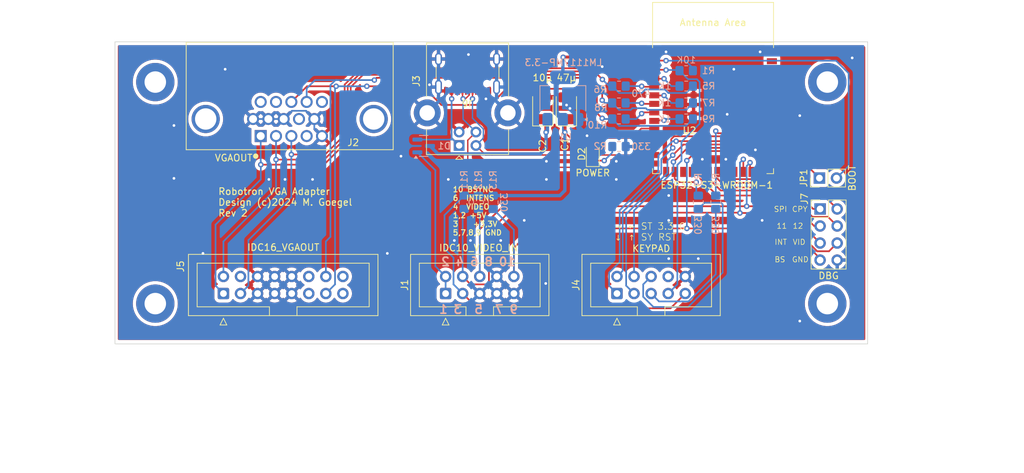
<source format=kicad_pcb>
(kicad_pcb (version 20240108) (generator "pcbnew") (generator_version "8.0")
  (title_block (title "ESP32 Robotron VGA Adapter") (date "2024-08-04") (rev "2") (company "Stefan Berndt & Mario Goegel"))
  (layers (0 "F.Cu" signal) (31 "B.Cu" signal) (34 "B.Paste" user) (35 "F.Paste" user) (36 "B.SilkS" user "B.Silkscreen") (37 "F.SilkS" user "F.Silkscreen") (38 "B.Mask" user) (39 "F.Mask" user) (44 "Edge.Cuts" user))
  (net 0 "")
  (net 1 "/RED")
  (net 2 "/GREEN")
  (net 3 "/BLUE")
  (net 4 "/VBUS")
  (net 5 "GND")
  (net 6 "+3.3V")
  (net 7 "+5V")
  (net 11 "/HSYNC")
  (net 12 "/VSYNC")
  (net 14 "/USB_DN")
  (net 15 "/B1")
  (net 16 "/B2")
  (net 17 "/G1")
  (net 18 "/G2")
  (net 19 "/R1")
  (net 20 "/R2")
  (net 21 "/5V_VID")
  (net 22 "/TP_11")
  (net 23 "/USB_DP")
  (net 24 "/K_LEFT")
  (net 25 "/K_RIGHT")
  (net 26 "/K_UP")
  (net 27 "/VIDEO")
  (net 28 "/K_DOWN")
  (net 29 "/INTENS")
  (net 30 "/BSYNC")
  (net 31 "/L_SYNC")
  (net 32 "/TP_CPY")
  (net 33 "/TP_SPI")
  (net 34 "/L_STAT")
  (net 35 "/TP_12")
  (net 36 "/RST")
  (net 47 "Net-(JP1-A)")
  (net 59 "Net-(U2-GPIO46)")
  (net 60 "Net-(U2-MTMS{slash}GPIO42)")
  (net 61 "Net-(D2-K)")
  (footprint "Connector_USB:USB_C_Receptacle_GCT_USB4105-xx-A_16P_TopMnt_Horizontal" (layer "F.Cu") (at 112.466 103.637 180)
    (property "Reference" "J6")
    (property "Value" "USB_C_Receptacle_USB2.0_16P" (hide yes))
  )
  (footprint "Capacitor_Tantalum_SMD:CP_EIA-3528-21_Kemet-B_Pad1.50x2.35mm_HandSolder" (layer "F.Cu") (at 123.665 109.903 90)
    (property "Reference" "C2")
    (property "Value" "10µ")
  )
  (footprint "Diode_SMD:D_0805_2012Metric_Pad1.15x1.40mm_HandSolder" (layer "F.Cu") (at 131.1 116.725 90)
    (property "Reference" "D2")
    (property "Value" "POWER")
  )
  (footprint "MountingHole:MountingHole_3.2mm_M3_ISO7380_Pad" (layer "F.Cu") (at 166 106)
    (property "Reference" "H1003")
    (property "Value" "MountingHole")
  )
  (footprint "Connector_IDC:IDC-Header_2x05_P2.54mm_Vertical" (layer "F.Cu") (at 109.2 137.5 90)
    (property "Reference" "J1")
    (property "Value" "IDC10_VIDEO_IN")
  )
  (footprint "MountingHole:MountingHole_3.2mm_M3_ISO7380_Pad" (layer "F.Cu") (at 66 106)
    (property "Reference" "H1001")
    (property "Value" "MountingHole")
  )
  (footprint "Connector_USB:USB_B_Lumberg_2411_02_Horizontal" (layer "F.Cu") (at 111.214 115.4455 90)
    (property "Reference" "J3")
    (property "Value" "USB_B")
  )
  (footprint "MountingHole:MountingHole_3.2mm_M3_ISO7380_Pad" (layer "F.Cu") (at 66 139)
    (property "Reference" "H1002")
    (property "Value" "MountingHole")
  )
  (footprint "Connector_PinHeader_2.54mm:PinHeader_2x04_P2.54mm_Vertical" (layer "F.Cu") (at 164.925 124.9)
    (property "Reference" "J7")
    (property "Value" "DBG")
  )
  (footprint "PCM_Espressif:ESP32-S3-WROOM-1" (layer "F.Cu") (at 149 109.884)
    (property "Reference" "U2")
    (property "Value" "ESP32-S3-WROOM-1")
  )
  (footprint "Connector_IDC:IDC-Header_2x05_P2.54mm_Vertical" (layer "F.Cu") (at 134.7 137.5 90)
    (property "Reference" "J4")
    (property "Value" "KEYPAD")
  )
  (footprint "MountingHole:MountingHole_3.2mm_M3_ISO7380_Pad" (layer "F.Cu") (at 166 139)
    (property "Reference" "H1004")
    (property "Value" "MountingHole")
  )
  (footprint "Connector_IDC:IDC-Header_2x08_P2.54mm_Vertical" (layer "F.Cu") (at 76.14 137.5 90)
    (property "Reference" "J5")
    (property "Value" "IDC16_VGAOUT")
  )
  (footprint "00esp32vga-footprints:TE_1-1734530-1" (layer "F.Cu") (at 86 111.5 180)
    (property "Reference" "J2")
    (property "Value" "VGAOUT")
  )
  (footprint "Capacitor_Tantalum_SMD:CP_EIA-3528-21_Kemet-B_Pad1.50x2.35mm_HandSolder" (layer "F.Cu") (at 127.171 109.903 90)
    (property "Reference" "C1")
    (property "Value" "47µ")
  )
  (footprint "Connector_PinHeader_2.54mm:PinHeader_1x02_P2.54mm_Vertical" (layer "F.Cu") (at 164.825 120.3 90)
    (property "Reference" "JP1")
    (property "Value" "BOOT")
  )
  (footprint "Resistor_SMD:R_0805_2012Metric_Pad1.20x1.40mm_HandSolder" (layer "B.Cu") (at 134.986 109.11 180)
    (property "Reference" "R8")
    (property "Value" "470")
  )
  (footprint "Resistor_SMD:R_0805_2012Metric_Pad1.20x1.40mm_HandSolder" (layer "B.Cu") (at 135 106.6 180)
    (property "Reference" "R6")
    (property "Value" "470")
  )
  (footprint "Resistor_SMD:R_0805_2012Metric_Pad1.20x1.40mm_HandSolder" (layer "B.Cu") (at 145 104.3)
    (property "Reference" "R1")
    (property "Value" "10K")
  )
  (footprint "Resistor_SMD:R_0805_2012Metric_Pad1.20x1.40mm_HandSolder" (layer "B.Cu") (at 145 111.5)
    (property "Reference" "R9")
    (property "Value" "1K")
  )
  (footprint "Resistor_SMD:R_0805_2012Metric_Pad1.20x1.40mm_HandSolder" (layer "B.Cu") (at 116.274 123.914 -90)
    (property "Reference" "R13")
    (property "Value" "330")
  )
  (footprint "Package_TO_SOT_SMD:SOT-223-3_TabPin2" (layer "B.Cu") (at 126.6505 108.4415 90)
    (property "Reference" "U1")
    (property "Value" "LM1117MP-3.3")
  )
  (footprint "Resistor_SMD:R_0805_2012Metric_Pad1.20x1.40mm_HandSolder" (layer "B.Cu") (at 145.01 109.11)
    (property "Reference" "R7")
    (property "Value" "1K")
  )
  (footprint "Resistor_SMD:R_0805_2012Metric_Pad1.20x1.40mm_HandSolder" (layer "B.Cu") (at 145 106.6)
    (property "Reference" "R5")
    (property "Value" "1K")
  )
  (footprint "Resistor_SMD:R_0805_2012Metric_Pad1.20x1.40mm_HandSolder" (layer "B.Cu") (at 114.086 123.914 -90)
    (property "Reference" "R12")
    (property "Value" "330")
  )
  (footprint "Resistor_SMD:R_0805_2012Metric_Pad1.20x1.40mm_HandSolder" (layer "B.Cu") (at 149.4 123.9 90)
    (property "Reference" "R4")
    (property "Value" "330")
  )
  (footprint "Resistor_SMD:R_0805_2012Metric_Pad1.20x1.40mm_HandSolder" (layer "B.Cu") (at 146.8 123.9 90)
    (property "Reference" "R3")
    (property "Value" "330")
  )
  (footprint "Resistor_SMD:R_0805_2012Metric_Pad1.20x1.40mm_HandSolder" (layer "B.Cu") (at 135 111.5 180)
    (property "Reference" "R10")
    (property "Value" "470")
  )
  (footprint "Package_TO_SOT_SMD:SOT-23" (layer "B.Cu") (at 105.9385 115.516)
    (property "Reference" "D1")
    (property "Value" "BAT54C Uf 0,24V" (hide yes))
  )
  (footprint "Resistor_SMD:R_0805_2012Metric_Pad1.20x1.40mm_HandSolder" (layer "B.Cu") (at 135 115.6 180)
    (property "Reference" "R2")
    (property "Value" "330")
  )
  (footprint "Resistor_SMD:R_0805_2012Metric_Pad1.20x1.40mm_HandSolder" (layer "B.Cu") (at 111.956 123.898 -90)
    (property "Reference" "R11")
    (property "Value" "330")
  )
  (gr_rect (start 60 100) (end 172 145) (stroke (width 0.1)) (fill none) (layer "Edge.Cuts"))
  (gr_text "10 8 6 4 2" (at 119.7 133.5 0) (layer "B.SilkS") (effects (font (size 1.25 1.25) (thickness 0.25) (bold yes)) (justify left bottom mirror)))
  (gr_text "9 7  5  3 1" (at 120.1 140.6 0) (layer "B.SilkS") (effects (font (size 1.25 1.25) (thickness 0.25) (bold yes)) (justify left bottom mirror)))
  (gr_text "CPY" (at 160.7 125.4 0) (layer "F.SilkS") (effects (font (size 0.8 0.8) (thickness 0.1)) (justify left bottom)))
  (gr_text "INT" (at 158.1 130.3 0) (layer "F.SilkS") (effects (font (size 0.8 0.8) (thickness 0.1)) (justify left bottom)))
  (gr_text "SPI" (at 158 125.4 0) (layer "F.SilkS") (effects (font (size 0.8 0.8) (thickness 0.1)) (justify left bottom)))
  (gr_text "GND" (at 160.7 132.9 0) (layer "F.SilkS") (effects (font (size 0.8 0.8) (thickness 0.1)) (justify left bottom)))
  (gr_text "VID" (at 160.8 130.3 0) (layer "F.SilkS") (effects (font (size 0.8 0.8) (thickness 0.1)) (justify left bottom)))
  (gr_text "Robotron VGA Adapter\nDesign (c)2024 M. Goegel\nRev 2" (at 75.3 126.1 0) (layer "F.SilkS") (effects (font (size 1 1)) (justify left bottom)))
  (gr_text "10 BSYNC\n6  INTENS\n4  VIDEO\n1,2 +5V\n3	+3,3V\n5,7,8,9 GND" (at 110.2 128.9 0) (layer "F.SilkS") (effects (font (size 0.8 0.8)) (justify left bottom)))
  (gr_text "12" (at 160.8 127.9 0) (layer "F.SilkS") (effects (font (size 0.8 0.8) (thickness 0.1)) (justify left bottom)))
  (gr_text "BS" (at 158.1 132.9 0) (layer "F.SilkS") (effects (font (size 0.8 0.8) (thickness 0.1)) (justify left bottom)))
  (gr_text "11" (at 158.4 127.9 0) (layer "F.SilkS") (effects (font (size 0.8 0.8) (thickness 0.1)) (justify left bottom)))
  (gr_text "→ ← ST 3.3 G\n↓ ↑ SY RST\n\n\n" (at 134.2 132.9 0) (layer "F.SilkS") (effects (font (size 1 1) (thickness 0.1)) (justify left bottom)))
  (segment (start 132.5 111.4) (end 131.71 110.61) (width 0.25) (layer "F.Cu") (net 1))
  (segment (start 129.676604 104.917) (end 96.903792 104.917) (width 0.25) (layer "F.Cu") (net 1))
  (segment (start 91.1 118.3) (end 82.4 118.3) (width 0.25) (layer "F.Cu") (net 1))
  (segment (start 131.71 106.950396) (end 129.676604 104.917) (width 0.25) (layer "F.Cu") (net 1))
  (segment (start 82.4 118.3) (end 81.7 118.3) (width 0.25) (layer "F.Cu") (net 1))
  (segment (start 131.71 110.61) (end 131.71 106.950396) (width 0.25) (layer "F.Cu") (net 1))
  (segment (start 96.903792 104.917) (end 95.076 106.744792) (width 0.25) (layer "F.Cu") (net 1))
  (segment (start 95.076 106.744792) (end 95.076 114.324) (width 0.25) (layer "F.Cu") (net 1))
  (segment (start 95.076 114.324) (end 91.1 118.3) (width 0.25) (layer "F.Cu") (net 1))
  (via (at 132.5 111.4) (size 0.8) (drill 0.4) (layers "F.Cu" "B.Cu") (net 1))
  (via (at 81.7 118.3) (size 0.8) (drill 0.4) (layers "F.Cu" "B.Cu") (net 1))
  (segment (start 74.965 136.325) (end 76.14 137.5) (width 0.25) (layer "B.Cu") (net 1))
  (segment (start 74.965 127.235) (end 74.965 136.325) (width 0.25) (layer "B.Cu") (net 1))
  (segment (start 81.7 118.3) (end 81.7 117.8) (width 0.25) (layer "B.Cu") (net 1))
  (segment (start 81.7 118.3) (end 81.7 120.5) (width 0.25) (layer "B.Cu") (net 1))
  (segment (start 135.025 112.525) (end 134 111.5) (width 0.25) (layer "B.Cu") (net 1))
  (segment (start 134 111.5) (end 132.6 111.5) (width 0.25) (layer "B.Cu") (net 1))
  (segment (start 81.685 117.785) (end 81.685 114.04) (width 0.25) (layer "B.Cu") (net 1))
  (segment (start 81.7 120.5) (end 74.965 127.235) (width 0.25) (layer "B.Cu") (net 1))
  (segment (start 81.7 117.8) (end 81.685 117.785) (width 0.25) (layer "B.Cu") (net 1))
  (segment (start 146 111.5) (end 144.975 112.525) (width 0.25) (layer "B.Cu") (net 1))
  (segment (start 132.6 111.5) (end 132.5 111.4) (width 0.25) (layer "B.Cu") (net 1))
  (segment (start 144.975 112.525) (end 135.025 112.525) (width 0.25) (layer "B.Cu") (net 1))
  (segment (start 96.784396 104.4) (end 129.796 104.4) (width 0.25) (layer "F.Cu") (net 2))
  (segment (start 94.626 106.558396) (end 96.784396 104.4) (width 0.25) (layer "F.Cu") (net 2))
  (segment (start 94.626 114.058201) (end 94.626 106.558396) (width 0.25) (layer "F.Cu") (net 2))
  (segment (start 83.965 117.548) (end 91.136201 117.548) (width 0.25) (layer "F.Cu") (net 2))
  (segment (start 91.136201 117.548) (end 94.626 114.058201) (width 0.25) (layer "F.Cu") (net 2))
  (segment (start 129.796 104.4) (end 132.5 107.104) (width 0.25) (layer "F.Cu") (net 2))
  (segment (start 132.5 107.104) (end 132.5 108.7) (width 0.25) (layer "F.Cu") (net 2))
  (via (at 83.965 117.548) (size 0.8) (drill 0.4) (layers "F.Cu" "B.Cu") (net 2))
  (via (at 132.5 108.7) (size 0.8) (drill 0.4) (layers "F.Cu" "B.Cu") (net 2))
  (segment (start 138.991 109.891) (end 136.9969 109.891) (width 0.25) (layer "B.Cu") (net 2))
  (segment (start 133.986 109.11) (end 132.91 109.11) (width 0.25) (layer "B.Cu") (net 2))
  (segment (start 136.9969 109.891) (end 136.7529 110.135) (width 0.25) (layer "B.Cu") (net 2))
  (segment (start 76.14 129.74) (end 83.965 121.915) (width 0.25) (layer "B.Cu") (net 2))
  (segment (start 134.03 109.166) (end 134.086 109.11) (width 0.25) (layer "B.Cu") (net 2))
  (segment (start 76.14 134.96) (end 76.14 129.74) (width 0.25) (layer "B.Cu") (net 2))
  (segment (start 146.01 109.11) (end 144.985 110.135) (width 0.25) (layer "B.Cu") (net 2))
  (segment (start 83.965 121.915) (end 83.965 114.04) (width 0.25) (layer "B.Cu") (net 2))
  (segment (start 132.91 109.11) (end 132.5 108.7) (width 0.25) (layer "B.Cu") (net 2))
  (segment (start 144.985 110.135) (end 139.235 110.135) (width 0.25) (layer "B.Cu") (net 2))
  (segment (start 135.011 110.135) (end 133.986 109.11) (width 0.25) (layer "B.Cu") (net 2))
  (segment (start 136.7529 110.135) (end 135.011 110.135) (width 0.25) (layer "B.Cu") (net 2))
  (segment (start 139.235 110.135) (end 138.991 109.891) (width 0.25) (layer "B.Cu") (net 2))
  (segment (start 132.53 105.61) (end 130.87 103.95) (width 0.25) (layer "F.Cu") (net 3))
  (segment (start 130.87 103.95) (end 96.598 103.95) (width 0.25) (layer "F.Cu") (net 3))
  (segment (start 94.176 106.372) (end 94.176 113.871805) (width 0.25) (layer "F.Cu") (net 3))
  (segment (start 96.598 103.95) (end 94.176 106.372) (width 0.25) (layer "F.Cu") (net 3))
  (segment (start 94.176 113.871805) (end 91.261805 116.786) (width 0.25) (layer "F.Cu") (net 3))
  (segment (start 91.261805 116.786) (end 86.245 116.786) (width 0.25) (layer "F.Cu") (net 3))
  (via (at 86.245 116.786) (size 0.8) (drill 0.4) (layers "F.Cu" "B.Cu") (net 3))
  (via (at 132.53 105.61) (size 0.8) (drill 0.4) (layers "F.Cu" "B.Cu") (net 3))
  (segment (start 134 106.6) (end 133.52 106.6) (width 0.25) (layer "B.Cu") (net 3))
  (segment (start 133.52 106.6) (end 132.53 105.61) (width 0.25) (layer "B.Cu") (net 3))
  (segment (start 142.350305 107.625) (end 141.825305 107.1) (width 0.25) (layer "B.Cu") (net 3))
  (segment (start 79.855 136.325) (end 79.855 129.545) (width 0.25) (layer "B.Cu") (net 3))
  (segment (start 86.245 123.155) (end 86.245 116.786) (width 0.25) (layer "B.Cu") (net 3))
  (segment (start 146 106.6) (end 144.975 107.625) (width 0.25) (layer "B.Cu") (net 3))
  (segment (start 78.68 137.5) (end 79.855 136.325) (width 0.25) (layer "B.Cu") (net 3))
  (segment (start 86.245 116.786) (end 86.245 114.04) (width 0.25) (layer "B.Cu") (net 3))
  (segment (start 86.5 114.295) (end 86.245 114.04) (width 0.25) (layer "B.Cu") (net 3))
  (segment (start 144.975 107.625) (end 142.350305 107.625) (width 0.25) (layer "B.Cu") (net 3))
  (segment (start 135.025 107.625) (end 134 106.6) (width 0.25) (layer "B.Cu") (net 3))
  (segment (start 79.855 129.545) (end 86.245 123.155) (width 0.25) (layer "B.Cu") (net 3))
  (segment (start 138.398305 107.625) (end 135.025 107.625) (width 0.25) (layer "B.Cu") (net 3))
  (segment (start 138.923305 107.1) (end 138.398305 107.625) (width 0.25) (layer "B.Cu") (net 3))
  (segment (start 141.825305 107.1) (end 138.923305 107.1) (width 0.25) (layer "B.Cu") (net 3))
  (segment (start 110.1 107.351) (end 110.066 107.317) (width 0.25) (layer "F.Cu") (net 4))
  (segment (start 114.141051 106.017) (end 114.866 106.741949) (width 0.25) (layer "F.Cu") (net 4))
  (segment (start 110.790949 106.017) (end 114.141051 106.017) (width 0.25) (layer "F.Cu") (net 4))
  (segment (start 110.1 108.5) (end 110.1 107.351) (width 0.25) (layer "F.Cu") (net 4))
  (segment (start 114.866 106.741949) (end 114.866 107.317) (width 0.25) (layer "F.Cu") (net 4))
  (segment (start 110.066 106.741949) (end 110.790949 106.017) (width 0.25) (layer "F.Cu") (net 4))
  (segment (start 110.066 107.317) (end 110.066 106.741949) (width 0.25) (layer "F.Cu") (net 4))
  (via (at 110.1 108.5) (size 0.8) (drill 0.4) (layers "F.Cu" "B.Cu") (net 4))
  (segment (start 110.089 114.3205) (end 110.089 108.511) (width 0.25) (layer "B.Cu") (net 4))
  (segment (start 110.089 108.511) (end 110.1 108.5) (width 0.25) (layer "B.Cu") (net 4))
  (segment (start 111.214 115.4455) (end 110.089 114.3205) (width 0.25) (layer "B.Cu") (net 4))
  (segment (start 105.001 114.566) (end 110.3345 114.566) (width 0.25) (layer "B.Cu") (net 4))
  (segment (start 110.3345 114.566) (end 111.214 115.4455) (width 0.25) (layer "B.Cu") (net 4))
  (segment (start 157.626 101.5) (end 157.75 101.624) (width 0.7) (layer "F.Cu") (net 5))
  (segment (start 142.01 101.49) (end 155.99 101.49) (width 0.7) (layer "F.Cu") (net 5))
  (segment (start 123.665 108.278) (end 127.171 108.278) (width 0.7) (layer "F.Cu") (net 5))
  (segment (start 140.374 101.5) (end 140.25 101.624) (width 0.7) (layer "F.Cu") (net 5))
  (segment (start 142 101.5) (end 140.374 101.5) (width 0.7) (layer "F.Cu") (net 5))
  (segment (start 156 101.5) (end 156.01 101.49) (width 0.7) (layer "F.Cu") (net 5))
  (segment (start 127.171 108.278) (end 127.171 109.395) (width 0.7) (layer "F.Cu") (net 5))
  (segment (start 156 101.5) (end 157.626 101.5) (width 0.7) (layer "F.Cu") (net 5))
  (segment (start 142 101.5) (end 142.01 101.49) (width 0.7) (layer "F.Cu") (net 5))
  (segment (start 155.99 101.49) (end 156 101.5) (width 0.7) (layer "F.Cu") (net 5))
  (segment (start 141.99 101.49) (end 142 101.5) (width 0.7) (layer "F.Cu") (net 5))
  (segment (start 127.171 109.395) (end 127.196 109.42) (width 0.7) (layer "F.Cu") (net 5))
  (via (at 100.526 131.518) (size 0.8) (drill 0.4) (layers "F.Cu" "B.Cu") (net 5))
  (via (at 155.3 116.1) (size 0.8) (drill 0.4) (layers "F.Cu" "B.Cu") (net 5))
  (via (at 115.2 108.5) (size 0.8) (drill 0.4) (layers "F.Cu" "B.Cu") (net 5))
  (via (at 146.8 132.3) (size 0.8) (drill 0.4) (layers "F.Cu" "B.Cu") (net 5))
  (via (at 142.4 122.9) (size 0.8) (drill 0.4) (layers "F.Cu" "B.Cu") (net 5))
  (via (at 102.558 117.04) (size 0.8) (drill 0.4) (layers "F.Cu" "B.Cu") (net 5))
  (via (at 130.244 113.992) (size 0.8) (drill 0.4) (layers "F.Cu" "B.Cu") (net 5))
  (via (at 109.6 120.5) (size 0.8) (drill 0.4) (layers "F.Cu" "B.Cu") (net 5))
  (via (at 127.196 109.42) (size 0.8) (drill 0.4) (layers "F.Cu" "B.Cu") (net 5))
  (via (at 76.396 104.086) (size 0.8) (drill 0.4) (layers "F.Cu" "B.Cu") (net 5))
  (via (at 124.2 120.5) (size 0.8) (drill 0.4) (layers "F.Cu" "B.Cu") (net 5))
  (via (at 117.4 129.6) (size 0.8) (drill 0.4) (layers "F.Cu" "B.Cu") (net 5))
  (via (at 142 101.5) (size 0.8) (drill 0.4) (layers "F.Cu" "B.Cu") (net 5))
  (via (at 147.4 117.5) (size 0.8) (drill 0.4) (layers "F.Cu" "B.Cu") (net 5))
  (via (at 142.4 126.6) (size 0.8) (drill 0.4) (layers "F.Cu" "B.Cu") (net 5))
  (via (at 68.776 120.342) (size 0.8) (drill 0.4) (layers "F.Cu" "B.Cu") (net 5))
  (via (at 73.094 131.518) (size 0.8) (drill 0.4) (layers "F.Cu" "B.Cu") (net 5))
  (via (at 161.9 141.6) (size 0.8) (drill 0.4) (layers "F.Cu" "B.Cu") (net 5))
  (via (at 110.5 129.6) (size 0.8) (drill 0.4) (layers "F.Cu" "B.Cu") (net 5))
  (via (at 142.4 132.3) (size 0.8) (drill 0.4) (layers "F.Cu" "B.Cu") (net 5))
  (via (at 161.9 111) (size 0.8) (drill 0.4) (layers "F.Cu" "B.Cu") (net 5))
  (via (at 68.776 112.468) (size 0.8) (drill 0.4) (layers "F.Cu" "B.Cu") (net 5))
  (via (at 85.3 120.5) (size 0.8) (drill 0.4) (layers "F.Cu" "B.Cu") (net 5))
  (via (at 120.9 126.6) (size 0.8) (drill 0.4) (layers "F.Cu" "B.Cu") (net 5))
  (via (at 127.704 109.928) (size 0.8) (drill 0.4) (layers "F.Cu" "B.Cu") (net 5))
  (via (at 132.5 103.7) (size 0.8) (drill 0.4) (layers "F.Cu" "B.Cu") (net 5))
  (via (at 134.6 120.5) (size 0.8) (drill 0.4) (layers "F.Cu" "B.Cu") (net 5))
  (via (at 151.1 110.8) (size 0.8) (drill 0.4) (layers "F.Cu" "B.Cu") (net 5))
  (via (at 89.4 120.5) (size 0.8) (drill 0.4) (layers "F.Cu" "B.Cu") (net 5))
  (via (at 124.1 136) (size 0.8) (drill 0.4) (layers "F.Cu" "B.Cu") (net 5))
  (via (at 156 101.5) (size 0.8) (drill 0.4) (layers "F.Cu" "B.Cu") (net 5))
  (via (at 152.088 104.086) (size 0.8) (drill 0.4) (layers "F.Cu" "B.Cu") (net 5))
  (via (at 112.6 101.9) (size 0.8) (drill 0.4) (layers "F.Cu" "B.Cu") (net 5))
  (via (at 82.9 120.5) (size 0.8) (drill 0.4) (layers "F.Cu" "B.Cu") (net 5))
  (via (at 134.6 117.8) (size 0.8) (drill 0.4) (layers "F.Cu" "B.Cu") (net 5))
  (via (at 156.3 126.6) (size 0.8) (drill 0.4) (layers "F.Cu" "B.Cu") (net 5))
  (via (at 106.8 106.4) (size 0.8) (drill 0.4) (layers "F.Cu" "B.Cu") (net 5))
  (via (at 124.2 117.8) (size 0.8) (drill 0.4) (layers "F.Cu" "B.Cu") (net 5))
  (via (at 112.9 129.6) (size 0.8) (drill 0.4) (layers "F.Cu" "B.Cu") (net 5))
  (via (at 169.7 102.4) (size 0.8) (drill 0.4) (layers "F.Cu" "B.Cu") (net 5))
  (via (at 150.9 117.5) (size 0.8) (drill 0.4) (layers "F.Cu" "B.Cu") (net 5))
  (segment (start 89.665 112.9) (end 90.805 114.04) (width 0.25) (layer "B.Cu") (net 5))
  (segment (start 86.3225 110.2825) (end 88.4475 110.2825) (width 0.25) (layer "B.Cu") (net 5))
  (segment (start 127.704 109.928) (end 128.9505 111.1745) (width 0.7) (layer "B.Cu") (net 5))
  (segment (start 80.545 111.5) (end 82.825 111.5) (width 0.25) (layer "B.Cu") (net 5))
  (segment (start 128.9505 112.6985) (end 130.244 113.992) (width 0.7) (layer "B.Cu") (net 5))
  (segment (start 88.4475 110.2825) (end 89.665 111.5) (width 0.25) (layer "B.Cu") (net 5))
  (segment (start 127.196 109.42) (end 127.704 109.928) (width 0.7) (layer "B.Cu") (net 5))
  (segment (start 85.105 111.5) (end 86.3225 110.2825) (width 0.25) (layer "B.Cu") (net 5))
  (segment (start 128.9505 111.1745) (end 128.9505 111.5915) (width 0.7) (layer "B.Cu") (net 5))
  (segment (start 82.825 111.5) (end 85.105 111.5) (width 0.25) (layer "B.Cu") (net 5))
  (segment (start 128.9505 111.5915) (end 128.9505 112.6985) (width 0.7) (layer "B.Cu") (net 5))
  (segment (start 89.665 111.5) (end 89.665 112.9) (width 0.25) (layer "B.Cu") (net 5))
  (segment (start 126.942 113.484) (end 126.942 111.757) (width 0.5) (layer "F.Cu") (net 6))
  (segment (start 137.942 102.894) (end 140.25 102.894) (width 0.5) (layer "F.Cu") (net 6))
  (segment (start 140.16 102.85) (end 140.25 102.76) (width 0.5) (layer "F.Cu") (net 6))
  (segment (start 113.94 139.7) (end 111.74 137.5) (width 0.25) (layer "F.Cu") (net 6))
  (segment (start 126.942 113.484) (end 129.033 115.575) (width 0.25) (layer "F.Cu") (net 6))
  (segment (start 144.86 137.5) (end 142.66 139.7) (width 0.25) (layer "F.Cu") (net 6))
  (segment (start 137.356 102.308) (end 137.942 102.894) (width 0.5) (layer "F.Cu") (net 6))
  (segment (start 126.942 111.757) (end 127.171 111.528) (width 0.5) (layer "F.Cu") (net 6))
  (segment (start 140.344 102.8) (end 140.25 102.894) (width 0.25) (layer "F.Cu") (net 6))
  (segment (start 129.033 115.575) (end 131.1 115.575) (width 0.25) (layer "F.Cu") (net 6))
  (segment (start 142 102.8) (end 140.344 102.8) (width 0.25) (layer "F.Cu") (net 6))
  (segment (start 126.688 102.308) (end 137.356 102.308) (width 0.5) (layer "F.Cu") (net 6))
  (segment (start 142.66 139.7) (end 113.94 139.7) (width 0.25) (layer "F.Cu") (net 6))
  (via (at 142 102.8) (size 0.8) (drill 0.4) (layers "F.Cu" "B.Cu") (net 6))
  (via (at 126.942 113.484) (size 0.8) (drill 0.4) (layers "F.Cu" "B.Cu") (net 6))
  (via (at 126.688 102.308) (size 0.8) (drill 0.4) (layers "F.Cu" "B.Cu") (net 6))
  (segment (start 126.186 122.914) (end 126.942 122.158) (width 0.5) (layer "B.Cu") (net 6))
  (segment (start 126.6505 105.2915) (end 125.6505 106.2915) (width 0.75) (layer "B.Cu") (net 6))
  (segment (start 144.9 102.816) (end 146 103.916) (width 0.25) (layer "B.Cu") (net 6))
  (segment (start 109.0375 125.8165) (end 109.0375 130.825) (width 0.25) (layer "B.Cu") (net 6))
  (segment (start 142.016 102.816) (end 144.9 102.816) (width 0.25) (layer "B.Cu") (net 6))
  (segment (start 146 103.916) (end 146 104.3) (width 0.25) (layer "B.Cu") (net 6))
  (segment (start 111.956 122.898) (end 114.07 122.898) (width 0.5) (layer "B.Cu") (net 6))
  (segment (start 110.375 132.1625) (end 110.375 136.135) (width 0.25) (layer "B.Cu") (net 6))
  (segment (start 126.6505 111.5915) (end 126.6505 113.1925) (width 0.25) (layer "B.Cu") (net 6))
  (segment (start 109.0375 130.825) (end 110.375 132.1625) (width 0.25) (layer "B.Cu") (net 6))
  (segment (start 126.6505 102.3455) (end 126.688 102.308) (width 0.5) (layer "B.Cu") (net 6))
  (segment (start 142 102.8) (end 142.016 102.816) (width 0.25) (layer "B.Cu") (net 6))
  (segment (start 114.07 122.898) (end 114.086 122.914) (width 0.5) (layer "B.Cu") (net 6))
  (segment (start 144.9 102.816) (end 167.306129 102.816) (width 0.25) (layer "B.Cu") (net 6))
  (segment (start 111.956 122.898) (end 109.0375 125.8165) (width 0.25) (layer "B.Cu") (net 6))
  (segment (start 167.306129 102.816) (end 169.175 104.684871) (width 0.25) (layer "B.Cu") (net 6))
  (segment (start 125.6505 106.2915) (end 125.6505 110.5915) (width 0.75) (layer "B.Cu") (net 6))
  (segment (start 110.375 136.135) (end 111.74 137.5) (width 0.25) (layer "B.Cu") (net 6))
  (segment (start 126.6505 105.2915) (end 126.6505 102.3455) (width 0.5) (layer "B.Cu") (net 6))
  (segment (start 116.274 122.914) (end 126.186 122.914) (width 0.5) (layer "B.Cu") (net 6))
  (segment (start 125.6505 110.5915) (end 126.6505 111.5915) (width 0.75) (layer "B.Cu") (net 6))
  (segment (start 126.6505 113.1925) (end 126.942 113.484) (width 0.25) (layer "B.Cu") (net 6))
  (segment (start 169.175 104.684871) (end 169.175 118.49) (width 0.25) (layer "B.Cu") (net 6))
  (segment (start 126.942 122.158) (end 126.942 113.484) (width 0.5) (layer "B.Cu") (net 6))
  (segment (start 169.175 118.49) (end 167.365 120.3) (width 0.25) (layer "B.Cu") (net 6))
  (segment (start 114.086 122.914) (end 116.274 122.914) (width 0.5) (layer "B.Cu") (net 6))
  (segment (start 124.148 112.011) (end 123.665 111.528) (width 0.5) (layer "F.Cu") (net 7))
  (segment (start 124.148 113.484) (end 124.148 112.011) (width 0.5) (layer "F.Cu") (net 7))
  (via (at 124.148 113.484) (size 0.8) (drill 0.4) (layers "F.Cu" "B.Cu") (net 7))
  (segment (start 106.876 115.516) (end 108.0555 116.6955) (width 0.5) (layer "B.Cu") (net 7))
  (segment (start 124.148 115.8475) (end 123.3 116.6955) (width 0.5) (layer "B.Cu") (net 7))
  (segment (start 124.148 113.484) (end 124.148 115.8475) (width 0.5) (layer "B.Cu") (net 7))
  (segment (start 124.3505 113.2815) (end 124.148 113.484) (width 0.5) (layer "B.Cu") (net 7))
  (segment (start 124.3505 111.5915) (end 124.3505 113.2815) (width 0.5) (layer "B.Cu") (net 7))
  (segment (start 108.0555 116.6955) (end 123.3 116.6955) (width 0.5) (layer "B.Cu") (net 7))
  (segment (start 130.752 107.388) (end 130.364 107) (width 0.25) (layer "F.Cu") (net 11))
  (segment (start 130.364 107) (end 118.244726 107) (width 0.25) (layer "F.Cu") (net 11))
  (segment (start 108.566547 109.4) (end 105.792547 106.626) (width 0.25) (layer "F.Cu") (net 11))
  (segment (start 105.792547 106.626) (end 97.478 106.626) (width 0.25) (layer "F.Cu") (net 11))
  (segment (start 115.844726 109.4) (end 108.566547 109.4) (width 0.25) (layer "F.Cu") (net 11))
  (segment (start 132.724299 114.324) (end 130.752 112.351701) (width 0.25) (layer "F.Cu") (net 11))
  (segment (start 140.25 114.324) (end 132.724299 114.324) (width 0.25) (layer "F.Cu") (net 11))
  (segment (start 130.752 112.351701) (end 130.752 107.388) (width 0.25) (layer "F.Cu") (net 11))
  (segment (start 118.244726 107) (end 115.844726 109.4) (width 0.25) (layer "F.Cu") (net 11))
  (segment (start 88.579 106.626) (end 86.245 108.96) (width 0.25) (layer "F.Cu") (net 11))
  (segment (start 92.906 106.626) (end 88.579 106.626) (width 0.25) (layer "F.Cu") (net 11))
  (via (at 97.478 106.626) (size 0.8) (drill 0.4) (layers "F.Cu" "B.Cu") (net 11))
  (via (at 92.906 106.626) (size 0.8) (drill 0.4) (layers "F.Cu" "B.Cu") (net 11))
  (segment (start 92.745 136.135) (end 92.745 106.787) (width 0.25) (layer "B.Cu") (net 11))
  (segment (start 97.478 106.626) (end 92.906 106.626) (width 0.25) (layer "B.Cu") (net 11))
  (segment (start 91.38 137.5) (end 92.745 136.135) (width 0.25) (layer "B.Cu") (net 11))
  (segment (start 92.745 106.787) (end 92.906 106.626) (width 0.25) (layer "B.Cu") (net 11))
  (segment (start 129.490208 105.367) (end 130.561604 106.438396) (width 0.25) (layer "F.Cu") (net 12))
  (segment (start 98.933 105.367) (end 98.6 105.7) (width 0.25) (layer "F.Cu") (net 12))
  (segment (start 138.32 112.92) (end 140.25 112.92) (width 0.25) (layer "F.Cu") (net 12))
  (segment (start 131.26 112.223305) (end 131.26 107.136792) (width 0.25) (layer "F.Cu") (net 12))
  (segment (start 88.846806 108.96) (end 88.525 108.96) (width 0.25) (layer "F.Cu") (net 12))
  (segment (start 131.26 107.136792) (end 130.561604 106.438396) (width 0.25) (layer "F.Cu") (net 12))
  (segment (start 99.1 105.367) (end 129.490208 105.367) (width 0.25) (layer "F.Cu") (net 12))
  (segment (start 137.5 113.74) (end 138.32 112.92) (width 0.25) (layer "F.Cu") (net 12))
  (segment (start 137.5 113.74) (end 132.776695 113.74) (width 0.25) (layer "F.Cu") (net 12))
  (segment (start 132.776695 113.74) (end 131.26 112.223305) (width 0.25) (layer "F.Cu") (net 12))
  (segment (start 99.1 105.367) (end 98.933 105.367) (width 0.25) (layer "F.Cu") (net 12))
  (via (at 98.6 105.7) (size 0.8) (drill 0.4) (layers "F.Cu" "B.Cu") (net 12))
  (segment (start 89.768 105.7) (end 88.525 106.943) (width 0.25) (layer "B.Cu") (net 12))
  (segment (start 92.806695 105.7) (end 92.06 106.446695) (width 0.25) (layer "B.Cu") (net 12))
  (segment (start 93 105.7) (end 92.806695 105.7) (width 0.25) (layer "B.Cu") (net 12))
  (segment (start 91.38 129.74) (end 91.51 129.61) (width 0.25) (layer "B.Cu") (net 12))
  (segment (start 88.525 106.943) (end 88.525 108.96) (width 0.25) (layer "B.Cu") (net 12))
  (segment (start 92.06 129.06) (end 91.51 129.61) (width 0.25) (layer "B.Cu") (net 12))
  (segment (start 98.6 105.7) (end 93 105.7) (width 0.25) (layer "B.Cu") (net 12))
  (segment (start 91.38 134.96) (end 91.38 129.74) (width 0.25) (layer "B.Cu") (net 12))
  (segment (start 88.96 108.96) (end 88.525 108.96) (width 0.25) (layer "B.Cu") (net 12))
  (segment (start 92.06 106.446695) (end 92.06 129.06) (width 0.25) (layer "B.Cu") (net 12))
  (segment (start 93 105.7) (end 89.768 105.7) (width 0.25) (layer "B.Cu") (net 12))
  (segment (start 112.94841 106.442) (end 112.358 106.442) (width 0.2) (layer "F.Cu") (net 14))
  (segment (start 113.2 107.333) (end 113.216 107.317) (width 0.2) (layer "F.Cu") (net 14))
  (segment (start 140.328 116.786) (end 140.25 116.864) (width 0.2) (layer "F.Cu") (net 14))
  (segment (start 112.358 106.442) (end 112.216 106.584) (width 0.2) (layer "F.Cu") (net 14))
  (segment (start 113.2 108.5) (end 113.2 107.333) (width 0.2) (layer "F.Cu") (net 14))
  (segment (start 113.714 115.4455) (end 115.1325 116.864) (width 0.2) (layer "F.Cu") (net 14))
  (segment (start 116.1 116.864) (end 140.25 116.864) (width 0.2) (layer "F.Cu") (net 14))
  (segment (start 113.216 106.70959) (end 112.94841 106.442) (width 0.2) (layer "F.Cu") (net 14))
  (segment (start 115.1325 116.864) (end 116.1 116.864) (width 0.2) (layer "F.Cu") (net 14))
  (segment (start 113.216 107.317) (end 113.216 106.70959) (width 0.2) (layer "F.Cu") (net 14))
  (segment (start 112.216 106.584) (end 112.216 107.317) (width 0.2) (layer "F.Cu") (net 14))
  (via (at 113.2 108.5) (size 0.8) (drill 0.4) (layers "F.Cu" "B.Cu") (net 14))
  (segment (start 113.324135 111.5) (end 113.2 111.375865) (width 0.2) (layer "B.Cu") (net 14))
  (segment (start 113.714 115.4455) (end 114.814 114.3455) (width 0.2) (layer "B.Cu") (net 14))
  (segment (start 114.814 114.3455) (end 114.814 112.989865) (width 0.2) (layer "B.Cu") (net 14))
  (segment (start 114.814 112.989865) (end 113.324135 111.5) (width 0.2) (layer "B.Cu") (net 14))
  (segment (start 113.2 111.375865) (end 113.2 108.5) (width 0.2) (layer "B.Cu") (net 14))
  (segment (start 141.7 105.5) (end 140.316 105.5) (width 0.25) (layer "F.Cu") (net 15))
  (segment (start 140.316 105.5) (end 140.25 105.434) (width 0.25) (layer "F.Cu") (net 15))
  (via (at 141.7 105.5) (size 0.8) (drill 0.4) (layers "F.Cu" "B.Cu") (net 15))
  (segment (start 142.8 106.6) (end 141.7 105.5) (width 0.25) (layer "B.Cu") (net 15))
  (segment (start 144 106.6) (end 142.8 106.6) (width 0.25) (layer "B.Cu") (net 15))
  (segment (start 138.45 106.704) (end 138.372 106.626) (width 0.25) (layer "F.Cu") (net 16))
  (segment (start 140.25 106.704) (end 138.45 106.704) (width 0.25) (layer "F.Cu") (net 16))
  (via (at 138.372 106.626) (size 0.8) (drill 0.4) (layers "F.Cu" "B.Cu") (net 16))
  (segment (start 138.346 106.6) (end 138.372 106.626) (width 0.25) (layer "B.Cu") (net 16))
  (segment (start 136 106.6) (end 138.346 106.6) (width 0.25) (layer "B.Cu") (net 16))
  (segment (start 140.276 108) (end 140.25 107.974) (width 0.25) (layer "F.Cu") (net 17))
  (segment (start 141.7 108) (end 140.276 108) (width 0.25) (layer "F.Cu") (net 17))
  (via (at 141.7 108) (size 0.8) (drill 0.4) (layers "F.Cu" "B.Cu") (net 17))
  (segment (start 142.81 109.11) (end 141.7 108) (width 0.25) (layer "B.Cu") (net 17))
  (segment (start 144.01 109.11) (end 142.81 109.11) (width 0.25) (layer "B.Cu") (net 17))
  (segment (start 140.25 109.244) (end 138.45 109.244) (width 0.25) (layer "F.Cu") (net 18))
  (segment (start 138.45 109.244) (end 138.372 109.166) (width 0.25) (layer "F.Cu") (net 18))
  (via (at 138.372 109.166) (size 0.8) (drill 0.4) (layers "F.Cu" "B.Cu") (net 18))
  (segment (start 138.316 109.11) (end 138.372 109.166) (width 0.25) (layer "B.Cu") (net 18))
  (segment (start 135.986 109.11) (end 138.316 109.11) (width 0.25) (layer "B.Cu") (net 18))
  (segment (start 141.7 111.7) (end 140.334 111.7) (width 0.25) (layer "F.Cu") (net 19))
  (segment (start 140.334 111.7) (end 140.25 111.784) (width 0.25) (layer "F.Cu") (net 19))
  (via (at 141.7 111.7) (size 0.8) (drill 0.4) (layers "F.Cu" "B.Cu") (net 19))
  (segment (start 144 111.5) (end 141.9 111.5) (width 0.25) (layer "B.Cu") (net 19))
  (segment (start 141.9 111.5) (end 141.7 111.7) (width 0.25) (layer "B.Cu") (net 19))
  (segment (start 140.25 110.514) (end 138.548 110.514) (width 0.25) (layer "F.Cu") (net 20))
  (segment (start 138.548 110.514) (end 138.372 110.69) (width 0.25) (layer "F.Cu") (net 20))
  (via (at 138.372 110.69) (size 0.8) (drill 0.4) (layers "F.Cu" "B.Cu") (net 20))
  (segment (start 136 111.5) (end 137.562 111.5) (width 0.25) (layer "B.Cu") (net 20))
  (segment (start 137.562 111.5) (end 138.372 110.69) (width 0.25) (layer "B.Cu") (net 20))
  (segment (start 109.2 134.96) (end 109.2 137.5) (width 0.25) (layer "B.Cu") (net 21))
  (segment (start 105.001 116.466) (end 107.6725 119.1375) (width 0.25) (layer "B.Cu") (net 21))
  (segment (start 107.6725 133.4325) (end 109.2 134.96) (width 0.25) (layer "B.Cu") (net 21))
  (segment (start 107.6725 119.1375) (end 107.6725 133.4325) (width 0.25) (layer "B.Cu") (net 21))
  (segment (start 159.5 122.9) (end 149.611 122.9) (width 0.25) (layer "F.Cu") (net 22))
  (segment (start 164.04 127.44) (end 159.5 122.9) (width 0.25) (layer "F.Cu") (net 22))
  (segment (start 147.095 120.384) (end 147.095 119.384) (width 0.25) (layer "F.Cu") (net 22))
  (segment (start 164.925 127.44) (end 164.04 127.44) (width 0.25) (layer "F.Cu") (net 22))
  (segment (start 149.611 122.9) (end 147.095 120.384) (width 0.25) (layer "F.Cu") (net 22))
  (segment (start 111.716 108.416) (end 111.716 107.317) (width 0.2) (layer "F.Cu") (net 23))
  (segment (start 140.074 118.31) (end 140.25 118.134) (width 0.2) (layer "F.Cu") (net 23))
  (segment (start 112.14041 108.5) (end 111.8 108.5) (width 0.2) (layer "F.Cu") (net 23))
  (segment (start 138.8 118.7) (end 113.6 118.7) (width 0.2) (layer "F.Cu") (net 23))
  (segment (start 112.716 107.92441) (end 112.14041 108.5) (width 0.2) (layer "F.Cu") (net 23))
  (segment (start 139.366 118.134) (end 138.8 118.7) (width 0.2) (layer "F.Cu") (net 23))
  (segment (start 111.8 108.5) (end 111.716 108.416) (width 0.2) (layer "F.Cu") (net 23))
  (segment (start 112.5 114.6595) (end 113.714 113.4455) (width 0.2) (layer "F.Cu") (net 23))
  (segment (start 140.25 118.134) (end 139.366 118.134) (width 0.2) (layer "F.Cu") (net 23))
  (segment (start 112.716 107.317) (end 112.716 107.92441) (width 0.2) (layer "F.Cu") (net 23))
  (segment (start 113.6 118.7) (end 112.5 117.6) (width 0.2) (layer "F.Cu") (net 23))
  (segment (start 112.5 117.6) (end 112.5 114.6595) (width 0.2) (layer "F.Cu") (net 23))
  (via (at 111.8 108.5) (size 0.8) (drill 0.4) (layers "F.Cu" "B.Cu") (net 23))
  (segment (start 111.8 111.5315) (end 111.8 108.5) (width 0.2) (layer "B.Cu") (net 23))
  (segment (start 113.714 113.4455) (end 111.8 111.5315) (width 0.2) (layer "B.Cu") (net 23))
  (segment (start 155.746 113.054) (end 157.75 113.054) (width 0.25) (layer "F.Cu") (net 24))
  (segment (start 145.2 115.8) (end 153 115.8) (width 0.25) (layer "F.Cu") (net 24))
  (segment (start 143.1 117.9) (end 145.2 115.8) (width 0.25) (layer "F.Cu") (net 24))
  (segment (start 153 115.8) (end 155.746 113.054) (width 0.25) (layer "F.Cu") (net 24))
  (via (at 143.1 117.9) (size 0.8) (drill 0.4) (layers "F.Cu" "B.Cu") (net 24))
  (segment (start 137.24 134.96) (end 137.24 125.134695) (width 0.25) (layer "B.Cu") (net 24))
  (segment (start 137.24 125.134695) (end 143.1 119.274695) (width 0.25) (layer "B.Cu") (net 24))
  (segment (start 143.1 119.274695) (end 143.1 117.9) (width 0.25) (layer "B.Cu") (net 24))
  (segment (start 142.775 114.499695) (end 143.199695 114.075) (width 0.25) (layer "F.Cu") (net 25))
  (segment (start 157.056 109.244) (end 157.75 109.244) (width 0.25) (layer "F.Cu") (net 25))
  (segment (start 152.225 114.075) (end 157.056 109.244) (width 0.25) (layer "F.Cu") (net 25))
  (segment (start 143.199695 114.075) (end 152.225 114.075) (width 0.25) (layer "F.Cu") (net 25))
  (segment (start 143 115.8) (end 143 115.724695) (width 0.25) (layer "F.Cu") (net 25))
  (segment (start 142.775 115.499695) (end 142.775 114.499695) (width 0.25) (layer "F.Cu") (net 25))
  (segment (start 143 115.724695) (end 142.775 115.499695) (width 0.25) (layer "F.Cu") (net 25))
  (via (at 143 115.8) (size 0.8) (drill 0.4) (layers "F.Cu" "B.Cu") (net 25))
  (segment (start 135.55 134.11) (end 135.55 125.35) (width 0.25) (layer "B.Cu") (net 25))
  (segment (start 141.3 117.5) (end 143 115.8) (width 0.25) (layer "B.Cu") (net 25))
  (segment (start 141.3 119.6) (end 141.3 117.5) (width 0.25) (layer "B.Cu") (net 25))
  (segment (start 134.7 134.96) (end 135.55 134.11) (width 0.25) (layer "B.Cu") (net 25))
  (segment (start 135.55 125.35) (end 141.3 119.6) (width 0.25) (layer "B.Cu") (net 25))
  (segment (start 144.6 115.3) (end 152.863604 115.3) (width 0.25) (layer "F.Cu") (net 26))
  (segment (start 143 116.9) (end 144.6 115.3) (width 0.25) (layer "F.Cu") (net 26))
  (segment (start 156.379604 111.784) (end 157.75 111.784) (width 0.25) (layer "F.Cu") (net 26))
  (segment (start 152.863604 115.3) (end 156.379604 111.784) (width 0.25) (layer "F.Cu") (net 26))
  (via (at 143 116.9) (size 0.8) (drill 0.4) (layers "F.Cu" "B.Cu") (net 26))
  (segment (start 136.065 136.325) (end 136.065 125.673299) (width 0.25) (layer "B.Cu") (net 26))
  (segment (start 137.24 137.5) (end 136.065 136.325) (width 0.25) (layer "B.Cu") (net 26))
  (segment (start 142.11915 119.619149) (end 142.2 119.538299) (width 0.25) (layer "B.Cu") (net 26))
  (segment (start 142.2 117.7) (end 143 116.9) (width 0.25) (layer "B.Cu") (net 26))
  (segment (start 136.065 125.673299) (end 136.065 125.535) (width 0.25) (layer "B.Cu") (net 26))
  (segment (start 142.2 119.538299) (end 142.2 117.7) (width 0.25) (layer "B.Cu") (net 26))
  (segment (start 136.203299 125.535) (end 142.11915 119.619149) (width 0.25) (layer "B.Cu") (net 26))
  (segment (start 136.065 125.535) (end 136.203299 125.535) (width 0.25) (layer "B.Cu") (net 26))
  (segment (start 153 125.5) (end 152.95 125.45) (width 0.25) (layer "F.Cu") (net 27))
  (segment (start 115.365 136.135) (end 112.915 136.135) (width 0.25) (layer "F.Cu") (net 27))
  (segment (start 115.645 128.355) (end 115.645 135.855) (width 0.25) (layer "F.Cu") (net 27))
  (segment (start 152.95 125.45) (end 118.55 125.45) (width 0.25) (layer "F.Cu") (net 27))
  (segment (start 153.5 117.5) (end 153.5 119.195) (width 0.25) (layer "F.Cu") (net 27))
  (segment (start 153 125.5) (end 158.783299 125.5) (width 0.25) (layer "F.Cu") (net 27))
  (segment (start 118.55 125.45) (end 115.645 128.355) (width 0.25) (layer "F.Cu") (net 27))
  (segment (start 153.5 119.195) (end 153.445 119.25) (width 0.25) (layer "F.Cu") (net 27))
  (segment (start 115.645 135.855) (end 115.365 136.135) (width 0.25) (layer "F.Cu") (net 27))
  (segment (start 164.483299 131.2) (end 166.245 131.2) (width 0.25) (layer "F.Cu") (net 27))
  (segment (start 112.915 136.135) (end 111.74 134.96) (width 0.25) (layer "F.Cu") (net 27))
  (segment (start 158.783299 125.5) (end 164.483299 131.2) (width 0.25) (layer "F.Cu") (net 27))
  (segment (start 166.245 131.2) (end 167.465 129.98) (width 0.25) (layer "F.Cu") (net 27))
  (via (at 153.5 117.5) (size 0.8) (drill 0.4) (layers "F.Cu" "B.Cu") (net 27))
  (via (at 153 125.5) (size 0.8) (drill 0.4) (layers "F.Cu" "B.Cu") (net 27))
  (segment (start 153 125.5) (end 153 118) (width 0.25) (layer "B.Cu") (net 27))
  (segment (start 111.74 125.114) (end 111.956 124.898) (width 0.25) (layer "B.Cu") (net 27))
  (segment (start 111.74 134.96) (end 111.74 125.114) (width 0.25) (layer "B.Cu") (net 27))
  (segment (start 153 118) (end 153.5 117.5) (width 0.25) (layer "B.Cu") (net 27))
  (segment (start 156.686 110.514) (end 157.75 110.514) (width 0.25) (layer "F.Cu") (net 28))
  (segment (start 152.4 114.8) (end 156.686 110.514) (width 0.25) (layer "F.Cu") (net 28))
  (segment (start 143.5 114.8) (end 152.4 114.8) (width 0.25) (layer "F.Cu") (net 28))
  (via (at 143.5 114.8) (size 0.8) (drill 0.4) (layers "F.Cu" "B.Cu") (net 28))
  (segment (start 142.974695 114.8) (end 143.5 114.8) (width 0.25) (layer "B.Cu") (net 28))
  (segment (start 133.525 136.325) (end 133.525 134.375) (width 0.25) (layer "B.Cu") (net 28))
  (segment (start 134.7 137.5) (end 133.525 136.325) (width 0.25) (layer "B.Cu") (net 28))
  (segment (start 140.85 116.924695) (end 142.974695 114.8) (width 0.25) (layer "B.Cu") (net 28))
  (segment (start 140.85 119.35) (end 140.85 116.924695) (width 0.25) (layer "B.Cu") (net 28))
  (segment (start 133.525 134.375) (end 135.1 132.8) (width 0.25) (layer "B.Cu") (net 28))
  (segment (start 135.1 132.8) (end 135.1 125.1) (width 0.25) (layer "B.Cu") (net 28))
  (segment (start 135.1 125.1) (end 140.85 119.35) (width 0.25) (layer "B.Cu") (net 28))
  (segment (start 154.5 118) (end 154.5 119.035) (width 0.25) (layer "F.Cu") (net 29))
  (segment (start 164.925 129.98) (end 159.445 124.5) (width 0.25) (layer "F.Cu") (net 29))
  (segment (start 154.5 119.035) (end 154.715 119.25) (width 0.25) (layer "F.Cu") (net 29))
  (segment (start 117.7125 124.5) (end 114.28 127.9325) (width 0.25) (layer "F.Cu") (net 29))
  (segment (start 154 124.5) (end 117.7125 124.5) (width 0.25) (layer "F.Cu") (net 29))
  (segment (start 114.28 127.9325) (end 114.28 134.96) (width 0.25) (layer "F.Cu") (net 29))
  (segment (start 159.445 124.5) (end 154 124.5) (width 0.25) (layer "F.Cu") (net 29))
  (via (at 154 124.5) (size 0.8) (drill 0.4) (layers "F.Cu" "B.Cu") (net 29))
  (via (at 154.5 118) (size 0.8) (drill 0.4) (layers "F.Cu" "B.Cu") (net 29))
  (segment (start 114.28 125.108) (end 114.086 124.914) (width 0.25) (layer "B.Cu") (net 29))
  (segment (start 114.28 134.96) (end 114.28 125.108) (width 0.25) (layer "B.Cu") (net 29))
  (segment (start 154 124.5) (end 154 118.5) (width 0.25) (layer "B.Cu") (net 29))
  (segment (start 154 118.5) (end 154.5 118) (width 0.25) (layer "B.Cu") (net 29))
  (segment (start 152.175 117.149695) (end 152.175 119.25) (width 0.25) (layer "F.Cu") (net 30))
  (segment (start 160.446903 127.8) (end 145.1 127.8) (width 0.25) (layer "F.Cu") (net 30))
  (segment (start 152.259 120.459) (end 152.175 120.375) (width 0.25) (layer "F.Cu") (net 30))
  (segment (start 152.175 120.375) (end 152.175 119.384) (width 0.25) (layer "F.Cu") (net 30))
  (segment (start 164.925 132.52) (end 164.925 132.278097) (width 0.25) (layer "F.Cu") (net 30))
  (segment (start 155.91 120.459) (end 152.259 120.459) (width 0.25) (layer "F.Cu") (net 30))
  (segment (start 164.925 132.278097) (end 160.446903 127.8) (width 0.25) (layer "F.Cu") (net 30))
  (segment (start 145.094621 117.696394) (end 146.516015 116.275) (width 0.25) (layer "F.Cu") (net 30))
  (segment (start 122.26 127.8) (end 119.36 130.7) (width 0.25) (layer "F.Cu") (net 30))
  (segment (start 145.1 127.8) (end 122.26 127.8) (width 0.25) (layer "F.Cu") (net 30))
  (segment (start 151.300305 116.275) (end 152.175 117.149695) (width 0.25) (layer "F.Cu") (net 30))
  (segment (start 155.985 119.384) (end 155.985 120.384) (width 0.25) (layer "F.Cu") (net 30))
  (segment (start 146.516015 116.275) (end 151.300305 116.275) (width 0.25) (layer "F.Cu") (net 30))
  (segment (start 119.36 130.7) (end 119.36 134.96) (width 0.25) (layer "F.Cu") (net 30))
  (segment (start 155.985 120.384) (end 155.91 120.459) (width 0.25) (layer "F.Cu") (net 30))
  (via (at 145.1 127.8) (size 0.8) (drill 0.4) (layers "F.Cu" "B.Cu") (net 30))
  (via (at 145.094621 117.696394) (size 0.8) (drill 0.4) (layers "F.Cu" "B.Cu") (net 30))
  (segment (start 145.094621 127.794621) (end 145.1 127.8) (width 0.25) (layer "B.Cu") (net 30))
  (segment (start 119.36 128) (end 116.274 124.914) (width 0.25) (layer "B.Cu") (net 30))
  (segment (start 119.36 134.96) (end 119.36 128) (width 0.25) (layer "B.Cu") (net 30))
  (segment (start 145.094621 117.696394) (end 145.094621 126.894621) (width 0.25) (layer "B.Cu") (net 30))
  (segment (start 145.06 117.661773) (end 145.094621 117.696394) (width 0.25) (layer "B.Cu") (net 30))
  (segment (start 145.094621 126.894621) (end 145.094621 127.794621) (width 0.25) (layer "B.Cu") (net 30))
  (segment (start 145.06 117.64) (end 145.06 117.661773) (width 0.25) (layer "B.Cu") (net 30))
  (segment (start 150.175 123.975) (end 150.425 124.225) (width 0.25) (layer "B.Cu") (net 31))
  (segment (start 150.425 124.225) (end 150.425 134.375) (width 0.25) (layer "B.Cu") (net 31))
  (segment (start 140.118299 139.5) (end 138.605 137.986701) (width 0.25) (layer "B.Cu") (net 31))
  (segment (start 145.3 139.5) (end 140.118299 139.5) (width 0.25) (layer "B.Cu") (net 31))
  (segment (start 147.725 123.975) (end 150.175 123.975) (width 0.25) (layer "B.Cu") (net 31))
  (segment (start 146.8 124.9) (end 147.725 123.975) (width 0.25) (layer "B.Cu") (net 31))
  (segment (start 150.425 134.375) (end 145.3 139.5) (width 0.25) (layer "B.Cu") (net 31))
  (segment (start 138.605 136.135) (end 139.78 134.96) (width 0.25) (layer "B.Cu") (net 31))
  (segment (start 138.605 137.986701) (end 138.605 136.135) (width 0.25) (layer "B.Cu") (net 31))
  (segment (start 165.365 122.8) (end 167.465 124.9) (width 0.25) (layer "F.Cu") (net 32))
  (segment (start 150.905 119.384) (end 150.905 120.384) (width 0.25) (layer "F.Cu") (net 32))
  (segment (start 151 119.155) (end 150.905 119.25) (width 0.25) (layer "F.Cu") (net 32))
  (segment (start 160.9 121) (end 162.7 122.8) (width 0.25) (layer "F.Cu") (net 32))
  (segment (start 162.7 122.8) (end 165.365 122.8) (width 0.25) (layer "F.Cu") (net 32))
  (segment (start 151.521 121) (end 160.9 121) (width 0.25) (layer "F.Cu") (net 32))
  (segment (start 150.905 120.384) (end 151.521 121) (width 0.25) (layer "F.Cu") (net 32))
  (segment (start 163.9 124.9) (end 164.925 124.9) (width 0.25) (layer "F.Cu") (net 33))
  (segment (start 150.951 121.7) (end 160.7 121.7) (width 0.25) (layer "F.Cu") (net 33))
  (segment (start 160.7 121.7) (end 163.9 124.9) (width 0.25) (layer "F.Cu") (net 33))
  (segment (start 149.5 119.115) (end 149.635 119.25) (width 0.25) (layer "F.Cu") (net 33))
  (segment (start 149.635 120.384) (end 150.951 121.7) (width 0.25) (layer "F.Cu") (net 33))
  (segment (start 149.635 119.384) (end 149.635 120.384) (width 0.25) (layer "F.Cu") (net 33))
  (segment (start 149.4 134.621701) (end 145.346701 138.675) (width 0.25) (layer "B.Cu") (net 34))
  (segment (start 140.955 138.675) (end 139.78 137.5) (width 0.25) (layer "B.Cu") (net 34))
  (segment (start 149.4 124.9) (end 149.4 134.621701) (width 0.25) (layer "B.Cu") (net 34))
  (segment (start 145.346701 138.675) (end 140.955 138.675) (width 0.25) (layer "B.Cu") (net 34))
  (segment (start 166.1 126.075) (end 163.775 126.075) (width 0.25) (layer "F.Cu") (net 35))
  (segment (start 159.85 122.15) (end 150.131 122.15) (width 0.25) (layer "F.Cu") (net 35))
  (segment (start 150.131 122.15) (end 148.365 120.384) (width 0.25) (layer "F.Cu") (net 35))
  (segment (start 167.465 127.44) (end 166.1 126.075) (width 0.25) (layer "F.Cu") (net 35))
  (segment (start 148.365 120.384) (end 148.365 119.384) (width 0.25) (layer "F.Cu") (net 35))
  (segment (start 163.775 126.075) (end 159.85 122.15) (width 0.25) (layer "F.Cu") (net 35))
  (segment (start 141.964 104.164) (end 142 104.2) (width 0.25) (layer "F.Cu") (net 36))
  (segment (start 140.25 104.164) (end 141.964 104.164) (width 0.25) (layer "F.Cu") (net 36))
  (via (at 142 104.2) (size 0.8) (drill 0.4) (layers "F.Cu" "B.Cu") (net 36))
  (segment (start 146.5951 105.575) (end 145.275 105.575) (width 0.25) (layer "B.Cu") (net 36))
  (segment (start 144.3 117.725305) (end 144.3 114.9) (width 0.25) (layer "B.Cu") (net 36))
  (segment (start 144.3 114.9) (end 147 112.2) (width 0.25) (layer "B.Cu") (net 36))
  (segment (start 143.9 104.2) (end 144 104.3) (width 0.25) (layer "B.Cu") (net 36))
  (segment (start 143.685 136.135) (end 143.685 118.340305) (width 0.25) (layer "B.Cu") (net 36))
  (segment (start 147 105.9799) (end 146.5951 105.575) (width 0.25) (layer "B.Cu") (net 36))
  (segment (start 147 112.2) (end 147 105.9799) (width 0.25) (layer "B.Cu") (net 36))
  (segment (start 142 104.2) (end 143.9 104.2) (width 0.25) (layer "B.Cu") (net 36))
  (segment (start 143.685 118.340305) (end 144.3 117.725305) (width 0.25) (layer "B.Cu") (net 36))
  (segment (start 145.275 105.575) (end 144 104.3) (width 0.25) (layer "B.Cu") (net 36))
  (segment (start 142.32 137.5) (end 143.685 136.135) (width 0.25) (layer "B.Cu") (net 36))
  (segment (start 162.659 118.134) (end 164.825 120.3) (width 0.25) (layer "F.Cu") (net 47))
  (segment (start 157.75 118.134) (end 157.270396 118.134) (width 0.25) (layer "F.Cu") (net 47))
  (segment (start 157.75 118.134) (end 162.659 118.134) (width 0.25) (layer "F.Cu") (net 47))
  (segment (start 143.285 119.384) (end 143.285 120.384) (width 0.25) (layer "F.Cu") (net 59))
  (segment (start 143.801 120.9) (end 146.5 120.9) (width 0.25) (layer "F.Cu") (net 59))
  (segment (start 143.285 120.384) (end 143.801 120.9) (width 0.25) (layer "F.Cu") (net 59))
  (via (at 146.5 120.9) (size 0.8) (drill 0.4) (layers "F.Cu" "B.Cu") (net 59))
  (segment (start 146.5 122.6) (end 146.8 122.9) (width 0.25) (layer "B.Cu") (net 59))
  (segment (start 146.5 120.9) (end 146.5 122.6) (width 0.25) (layer "B.Cu") (net 59))
  (segment (start 152.038604 113.625) (end 149.725 113.625) (width 0.25) (layer "F.Cu") (net 60))
  (segment (start 156.75 107.974) (end 156.4 108.324) (width 0.25) (layer "F.Cu") (net 60))
  (segment (start 156.4 109.263604) (end 152.038604 113.625) (width 0.25) (layer "F.Cu") (net 60))
  (segment (start 157.75 107.974) (end 156.75 107.974) (width 0.25) (layer "F.Cu") (net 60))
  (segment (start 149.725 113.625) (end 149.4 113.3) (width 0.25) (layer "F.Cu") (net 60))
  (segment (start 156.4 108.324) (end 156.4 109.263604) (width 0.25) (layer "F.Cu") (net 60))
  (via (at 149.4 113.3) (size 0.8) (drill 0.4) (layers "F.Cu" "B.Cu") (net 60))
  (segment (start 149.4 113.3) (end 149.4 122.9) (width 0.25) (layer "B.Cu") (net 60))
  (segment (start 131.175 117.7) (end 131.1 117.625) (width 0.25) (layer "F.Cu") (net 61))
  (segment (start 132.8 117.7) (end 131.175 117.7) (width 0.25) (layer "F.Cu") (net 61))
  (via (at 132.8 117.7) (size 0.8) (drill 0.4) (layers "F.Cu" "B.Cu") (net 61))
  (segment (start 134 116.5) (end 132.8 117.7) (width 0.25) (layer "B.Cu") (net 61))
  (segment (start 134 115.6) (end 134 116.5) (width 0.25) (layer "B.Cu") (net 61))
  (zone (net 5) (net_name "GND") (layer "F.Cu") (priority 1) (connect_pads (clearance 0.5)) (min_thickness 0.25) (fill yes (thermal_gap 0.5) (thermal_bridge_width 0.5))
    (polygon (pts (xy 60.426 100.53) (xy 171.392 100.53) (xy 171.646 100.784) (xy 171.646 144.414) (xy 60.426 144.414)))
  )
  (zone (net 5) (net_name "GND") (layer "B.Cu") (connect_pads (clearance 0.5)) (min_thickness 0.25) (fill yes (thermal_gap 0.5) (thermal_bridge_width 0.5))
    (polygon (pts (xy 60.5 100.5) (xy 171.5 100.5) (xy 171.5 144.4) (xy 60.5 144.4)))
  )
)
</source>
